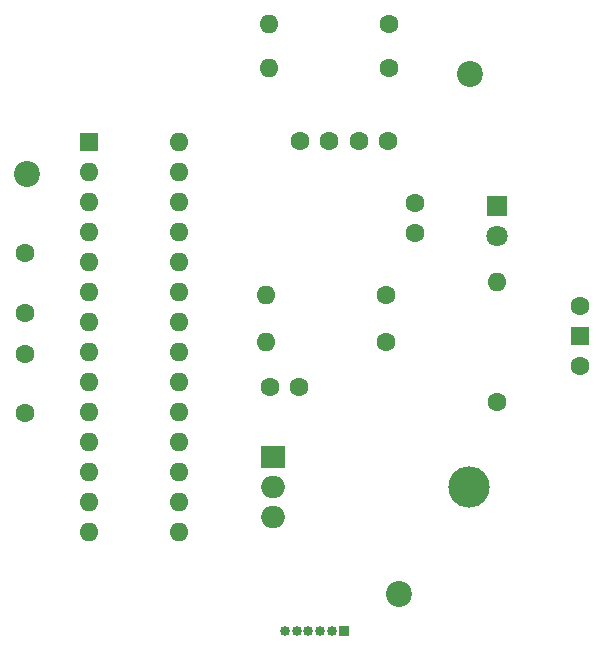
<source format=gbr>
%TF.GenerationSoftware,KiCad,Pcbnew,8.0.3*%
%TF.CreationDate,2024-06-24T10:16:25-03:00*%
%TF.ProjectId,esquematico,65737175-656d-4617-9469-636f2e6b6963,rev?*%
%TF.SameCoordinates,Original*%
%TF.FileFunction,Soldermask,Bot*%
%TF.FilePolarity,Negative*%
%FSLAX46Y46*%
G04 Gerber Fmt 4.6, Leading zero omitted, Abs format (unit mm)*
G04 Created by KiCad (PCBNEW 8.0.3) date 2024-06-24 10:16:25*
%MOMM*%
%LPD*%
G01*
G04 APERTURE LIST*
%ADD10C,2.200000*%
%ADD11C,1.600000*%
%ADD12O,1.600000X1.600000*%
%ADD13R,1.800000X1.800000*%
%ADD14C,1.800000*%
%ADD15O,2.000000X1.905000*%
%ADD16R,2.000000X1.905000*%
%ADD17O,3.500000X3.500000*%
%ADD18R,1.600000X1.600000*%
%ADD19R,1.500000X1.500000*%
%ADD20R,0.850000X0.850000*%
%ADD21O,0.850000X0.850000*%
G04 APERTURE END LIST*
D10*
%TO.C,hole3*%
X148000000Y-72500000D03*
%TD*%
%TO.C,hole2*%
X142000000Y-116500000D03*
%TD*%
%TO.C,hole1*%
X110500000Y-81000000D03*
%TD*%
D11*
%TO.C,C2*%
X110300000Y-101200000D03*
X110300000Y-96200000D03*
%TD*%
%TO.C,R5*%
X150300000Y-100280000D03*
D12*
X150300000Y-90120000D03*
%TD*%
D11*
%TO.C,C3*%
X133550000Y-78200000D03*
X136050000Y-78200000D03*
%TD*%
D13*
%TO.C,D1*%
X150300000Y-83660000D03*
D14*
X150300000Y-86200000D03*
%TD*%
D15*
%TO.C,U2*%
X131270000Y-110040000D03*
X131270000Y-107500000D03*
D16*
X131270000Y-104960000D03*
D17*
X147930000Y-107500000D03*
%TD*%
D11*
%TO.C,C1*%
X110300000Y-87700000D03*
X110300000Y-92700000D03*
%TD*%
%TO.C,C6*%
X131000000Y-99000000D03*
X133500000Y-99000000D03*
%TD*%
%TO.C,C4*%
X143300000Y-83450000D03*
X143300000Y-85950000D03*
%TD*%
%TO.C,R2*%
X140880000Y-91200000D03*
D12*
X130720000Y-91200000D03*
%TD*%
D18*
%TO.C,U1*%
X115680000Y-78300000D03*
D12*
X115680000Y-80840000D03*
X115680000Y-83380000D03*
X115680000Y-85920000D03*
X115680000Y-88460000D03*
X115680000Y-91000000D03*
X115680000Y-93540000D03*
X115680000Y-96080000D03*
X115680000Y-98620000D03*
X115680000Y-101160000D03*
X115680000Y-103700000D03*
X115680000Y-106240000D03*
X115680000Y-108780000D03*
X115680000Y-111320000D03*
X123300000Y-111320000D03*
X123300000Y-108780000D03*
X123300000Y-106240000D03*
X123300000Y-103700000D03*
X123300000Y-101160000D03*
X123300000Y-98620000D03*
X123300000Y-96080000D03*
X123300000Y-93540000D03*
X123300000Y-91000000D03*
X123300000Y-88460000D03*
X123300000Y-85920000D03*
X123300000Y-83380000D03*
X123300000Y-80840000D03*
X123300000Y-78300000D03*
%TD*%
D19*
%TO.C,SW1*%
X157300000Y-94660000D03*
D11*
X157300000Y-92120000D03*
X157300000Y-97200000D03*
%TD*%
%TO.C,C5*%
X138550000Y-78200000D03*
X141050000Y-78200000D03*
%TD*%
%TO.C,R4*%
X141080000Y-68300000D03*
D12*
X130920000Y-68300000D03*
%TD*%
D11*
%TO.C,R1*%
X140880000Y-95200000D03*
D12*
X130720000Y-95200000D03*
%TD*%
D11*
%TO.C,R3*%
X141080000Y-72000000D03*
D12*
X130920000Y-72000000D03*
%TD*%
D20*
%TO.C,sd_card*%
X137300000Y-119700000D03*
D21*
X136300000Y-119700000D03*
X135300000Y-119700000D03*
X134300000Y-119700000D03*
X133300000Y-119700000D03*
X132300000Y-119700000D03*
%TD*%
M02*

</source>
